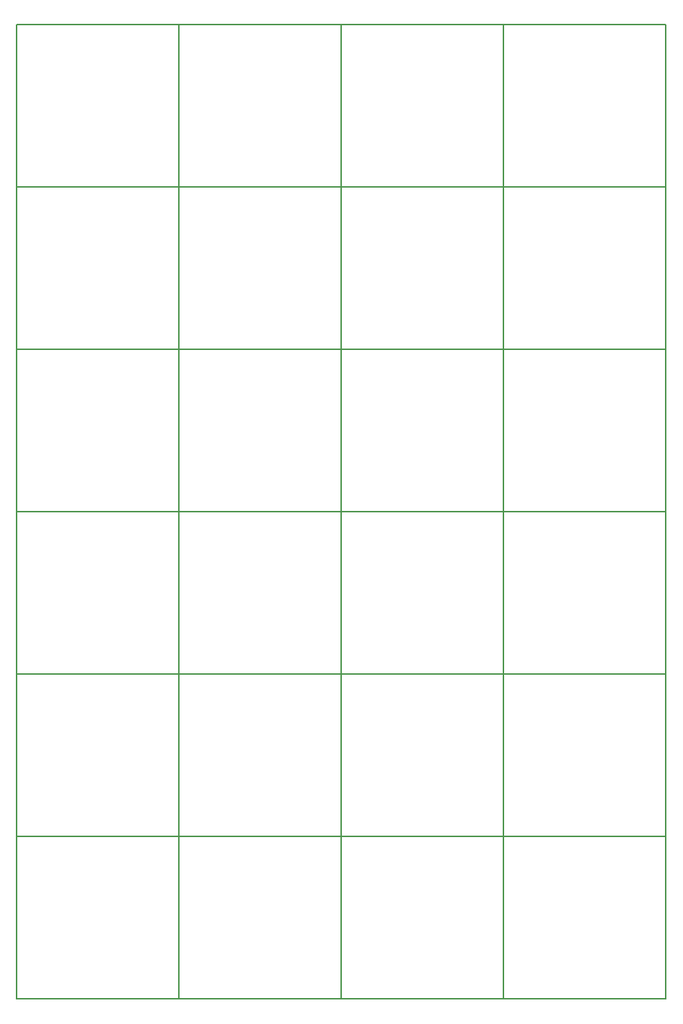
<source format=gbr>
%TF.GenerationSoftware,KiCad,Pcbnew,8.0.2*%
%TF.CreationDate,2024-06-24T21:49:00-04:00*%
%TF.ProjectId,MacroPad,4d616372-6f50-4616-942e-6b696361645f,rev?*%
%TF.SameCoordinates,Original*%
%TF.FileFunction,OtherDrawing,Comment*%
%FSLAX46Y46*%
G04 Gerber Fmt 4.6, Leading zero omitted, Abs format (unit mm)*
G04 Created by KiCad (PCBNEW 8.0.2) date 2024-06-24 21:49:00*
%MOMM*%
%LPD*%
G01*
G04 APERTURE LIST*
%ADD10C,0.150000*%
G04 APERTURE END LIST*
D10*
%TO.C,SW21*%
X103575000Y-139035000D02*
X122625000Y-139035000D01*
X103575000Y-158085000D02*
X103575000Y-139035000D01*
X122625000Y-139035000D02*
X122625000Y-158085000D01*
X122625000Y-158085000D02*
X103575000Y-158085000D01*
%TO.C,SW4*%
X160725000Y-43785000D02*
X179775000Y-43785000D01*
X160725000Y-62835000D02*
X160725000Y-43785000D01*
X179775000Y-43785000D02*
X179775000Y-62835000D01*
X179775000Y-62835000D02*
X160725000Y-62835000D01*
%TO.C,SW10*%
X122625000Y-81885000D02*
X141675000Y-81885000D01*
X122625000Y-100935000D02*
X122625000Y-81885000D01*
X141675000Y-81885000D02*
X141675000Y-100935000D01*
X141675000Y-100935000D02*
X122625000Y-100935000D01*
%TO.C,SW7*%
X141675000Y-62835000D02*
X160725000Y-62835000D01*
X141675000Y-81885000D02*
X141675000Y-62835000D01*
X160725000Y-62835000D02*
X160725000Y-81885000D01*
X160725000Y-81885000D02*
X141675000Y-81885000D01*
%TO.C,SW9*%
X103575000Y-81885000D02*
X122625000Y-81885000D01*
X103575000Y-100935000D02*
X103575000Y-81885000D01*
X122625000Y-81885000D02*
X122625000Y-100935000D01*
X122625000Y-100935000D02*
X103575000Y-100935000D01*
%TO.C,SW23*%
X141675000Y-139035000D02*
X160725000Y-139035000D01*
X141675000Y-158085000D02*
X141675000Y-139035000D01*
X160725000Y-139035000D02*
X160725000Y-158085000D01*
X160725000Y-158085000D02*
X141675000Y-158085000D01*
%TO.C,SW17*%
X103575000Y-119985000D02*
X122625000Y-119985000D01*
X103575000Y-139035000D02*
X103575000Y-119985000D01*
X122625000Y-119985000D02*
X122625000Y-139035000D01*
X122625000Y-139035000D02*
X103575000Y-139035000D01*
%TO.C,SW15*%
X141675000Y-100935000D02*
X160725000Y-100935000D01*
X141675000Y-119985000D02*
X141675000Y-100935000D01*
X160725000Y-100935000D02*
X160725000Y-119985000D01*
X160725000Y-119985000D02*
X141675000Y-119985000D01*
%TO.C,SW20*%
X160725000Y-119985000D02*
X179775000Y-119985000D01*
X160725000Y-139035000D02*
X160725000Y-119985000D01*
X179775000Y-119985000D02*
X179775000Y-139035000D01*
X179775000Y-139035000D02*
X160725000Y-139035000D01*
%TO.C,SW12*%
X160725000Y-81885000D02*
X179775000Y-81885000D01*
X160725000Y-100935000D02*
X160725000Y-81885000D01*
X179775000Y-81885000D02*
X179775000Y-100935000D01*
X179775000Y-100935000D02*
X160725000Y-100935000D01*
%TO.C,SW1*%
X103575000Y-43785000D02*
X122625000Y-43785000D01*
X103575000Y-62835000D02*
X103575000Y-43785000D01*
X122625000Y-43785000D02*
X122625000Y-62835000D01*
X122625000Y-62835000D02*
X103575000Y-62835000D01*
%TO.C,SW6*%
X122625000Y-62835000D02*
X141675000Y-62835000D01*
X122625000Y-81885000D02*
X122625000Y-62835000D01*
X141675000Y-62835000D02*
X141675000Y-81885000D01*
X141675000Y-81885000D02*
X122625000Y-81885000D01*
%TO.C,SW8*%
X160725000Y-62835000D02*
X179775000Y-62835000D01*
X160725000Y-81885000D02*
X160725000Y-62835000D01*
X179775000Y-62835000D02*
X179775000Y-81885000D01*
X179775000Y-81885000D02*
X160725000Y-81885000D01*
%TO.C,SW14*%
X122625000Y-100935000D02*
X141675000Y-100935000D01*
X122625000Y-119985000D02*
X122625000Y-100935000D01*
X141675000Y-100935000D02*
X141675000Y-119985000D01*
X141675000Y-119985000D02*
X122625000Y-119985000D01*
%TO.C,SW16*%
X160725000Y-100935000D02*
X179775000Y-100935000D01*
X160725000Y-119985000D02*
X160725000Y-100935000D01*
X179775000Y-100935000D02*
X179775000Y-119985000D01*
X179775000Y-119985000D02*
X160725000Y-119985000D01*
%TO.C,SW18*%
X122625000Y-119985000D02*
X141675000Y-119985000D01*
X122625000Y-139035000D02*
X122625000Y-119985000D01*
X141675000Y-119985000D02*
X141675000Y-139035000D01*
X141675000Y-139035000D02*
X122625000Y-139035000D01*
%TO.C,SW19*%
X141675000Y-119985000D02*
X160725000Y-119985000D01*
X141675000Y-139035000D02*
X141675000Y-119985000D01*
X160725000Y-119985000D02*
X160725000Y-139035000D01*
X160725000Y-139035000D02*
X141675000Y-139035000D01*
%TO.C,SW13*%
X103575000Y-100935000D02*
X122625000Y-100935000D01*
X103575000Y-119985000D02*
X103575000Y-100935000D01*
X122625000Y-100935000D02*
X122625000Y-119985000D01*
X122625000Y-119985000D02*
X103575000Y-119985000D01*
%TO.C,SW22*%
X122625000Y-139035000D02*
X141675000Y-139035000D01*
X122625000Y-158085000D02*
X122625000Y-139035000D01*
X141675000Y-139035000D02*
X141675000Y-158085000D01*
X141675000Y-158085000D02*
X122625000Y-158085000D01*
%TO.C,SW11*%
X141675000Y-81885000D02*
X160725000Y-81885000D01*
X141675000Y-100935000D02*
X141675000Y-81885000D01*
X160725000Y-81885000D02*
X160725000Y-100935000D01*
X160725000Y-100935000D02*
X141675000Y-100935000D01*
%TO.C,SW5*%
X103575000Y-62835000D02*
X122625000Y-62835000D01*
X103575000Y-81885000D02*
X103575000Y-62835000D01*
X122625000Y-62835000D02*
X122625000Y-81885000D01*
X122625000Y-81885000D02*
X103575000Y-81885000D01*
%TO.C,SW2*%
X122625000Y-43785000D02*
X141675000Y-43785000D01*
X122625000Y-62835000D02*
X122625000Y-43785000D01*
X141675000Y-43785000D02*
X141675000Y-62835000D01*
X141675000Y-62835000D02*
X122625000Y-62835000D01*
%TO.C,SW24*%
X160725000Y-139035000D02*
X179775000Y-139035000D01*
X160725000Y-158085000D02*
X160725000Y-139035000D01*
X179775000Y-139035000D02*
X179775000Y-158085000D01*
X179775000Y-158085000D02*
X160725000Y-158085000D01*
%TO.C,SW3*%
X141675000Y-43785000D02*
X160725000Y-43785000D01*
X141675000Y-62835000D02*
X141675000Y-43785000D01*
X160725000Y-43785000D02*
X160725000Y-62835000D01*
X160725000Y-62835000D02*
X141675000Y-62835000D01*
%TD*%
M02*

</source>
